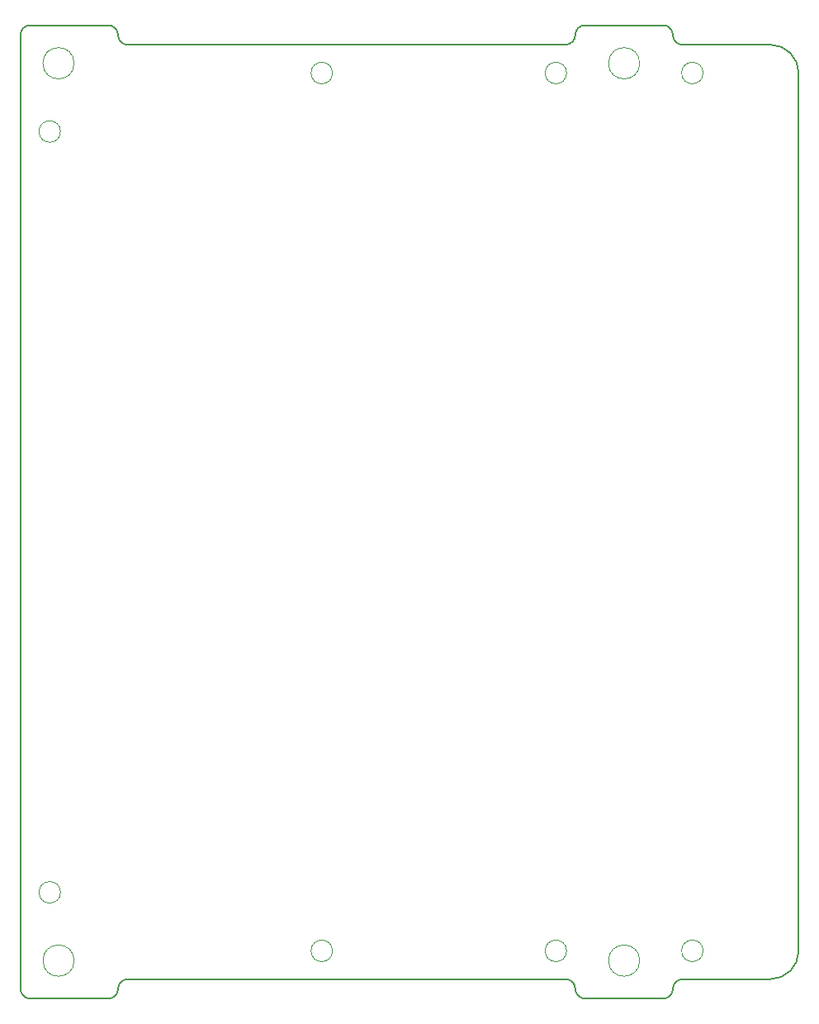
<source format=gbr>
%TF.GenerationSoftware,KiCad,Pcbnew,8.0.7-8.0.7-0~ubuntu24.04.1*%
%TF.CreationDate,2025-01-21T09:02:30+03:00*%
%TF.ProjectId,PM-AI4-W,504d2d41-4934-42d5-972e-6b696361645f,rev?*%
%TF.SameCoordinates,Original*%
%TF.FileFunction,Profile,NP*%
%FSLAX46Y46*%
G04 Gerber Fmt 4.6, Leading zero omitted, Abs format (unit mm)*
G04 Created by KiCad (PCBNEW 8.0.7-8.0.7-0~ubuntu24.04.1) date 2025-01-21 09:02:30*
%MOMM*%
%LPD*%
G01*
G04 APERTURE LIST*
%TA.AperFunction,Profile*%
%ADD10C,0.200000*%
%TD*%
%TA.AperFunction,Profile*%
%ADD11C,0.050000*%
%TD*%
G04 APERTURE END LIST*
D10*
X27000000Y47900000D02*
G75*
G02*
X29900000Y45000000I0J-2900000D01*
G01*
X6000000Y-47900000D02*
X-38900000Y-47900000D01*
X7000000Y48900000D02*
G75*
G02*
X8000000Y49900000I1000000J0D01*
G01*
X8000000Y-49900000D02*
X16000000Y-49900000D01*
X-48900000Y-49900000D02*
X-40900000Y-49900000D01*
X7000000Y48900000D02*
G75*
G02*
X6000000Y47900000I-1000000J0D01*
G01*
X8000000Y-49900000D02*
G75*
G02*
X7000000Y-48900000I0J1000000D01*
G01*
X-39900000Y-48900000D02*
G75*
G02*
X-40900000Y-49900000I-1000000J0D01*
G01*
X-49900000Y48900000D02*
G75*
G02*
X-48900000Y49900000I1000000J0D01*
G01*
X16000000Y49900000D02*
X8000000Y49900000D01*
X18000000Y-47900000D02*
X27000000Y-47900000D01*
X17000000Y-48900000D02*
G75*
G02*
X18000000Y-47900000I1000000J0D01*
G01*
X-38900000Y47900000D02*
G75*
G02*
X-39900000Y48900000I0J1000000D01*
G01*
X-38900000Y47900000D02*
X6000000Y47900000D01*
X29900000Y45000000D02*
X29900000Y-45000000D01*
X-48900000Y-49900000D02*
G75*
G02*
X-49900000Y-48900000I0J1000000D01*
G01*
X18000000Y47900000D02*
G75*
G02*
X17000000Y48900000I0J1000000D01*
G01*
X-39900000Y-48900000D02*
G75*
G02*
X-38900000Y-47900000I1000000J0D01*
G01*
X-48900000Y49900000D02*
X-40900000Y49900000D01*
X16000000Y49900000D02*
G75*
G02*
X17000000Y48900000I0J-1000000D01*
G01*
X-49900000Y48900000D02*
X-49900000Y-48900000D01*
X29900000Y-45000000D02*
G75*
G02*
X27000000Y-47900000I-2900000J0D01*
G01*
X6000000Y-47900000D02*
G75*
G02*
X7000000Y-48900000I0J-1000000D01*
G01*
X-40900000Y49900000D02*
G75*
G02*
X-39900000Y48900000I0J-1000000D01*
G01*
X17000000Y-48900000D02*
G75*
G02*
X16000000Y-49900000I-1000000J0D01*
G01*
X27000000Y47900000D02*
X18000000Y47900000D01*
D11*
%TO.C,H3*%
X-44400000Y-46000000D02*
G75*
G02*
X-47600000Y-46000000I-1600000J0D01*
G01*
X-47600000Y-46000000D02*
G75*
G02*
X-44400000Y-46000000I1600000J0D01*
G01*
%TO.C,U5*%
X6100000Y45000000D02*
G75*
G02*
X3900000Y45000000I-1100000J0D01*
G01*
X3900000Y45000000D02*
G75*
G02*
X6100000Y45000000I1100000J0D01*
G01*
X6100000Y-45000000D02*
G75*
G02*
X3900000Y-45000000I-1100000J0D01*
G01*
X3900000Y-45000000D02*
G75*
G02*
X6100000Y-45000000I1100000J0D01*
G01*
X20100000Y45000000D02*
G75*
G02*
X17900000Y45000000I-1100000J0D01*
G01*
X17900000Y45000000D02*
G75*
G02*
X20100000Y45000000I1100000J0D01*
G01*
X20100000Y-45000000D02*
G75*
G02*
X17900000Y-45000000I-1100000J0D01*
G01*
X17900000Y-45000000D02*
G75*
G02*
X20100000Y-45000000I1100000J0D01*
G01*
%TO.C,H1*%
X13600000Y-46000000D02*
G75*
G02*
X10400000Y-46000000I-1600000J0D01*
G01*
X10400000Y-46000000D02*
G75*
G02*
X13600000Y-46000000I1600000J0D01*
G01*
%TO.C,H4*%
X13600000Y46000000D02*
G75*
G02*
X10400000Y46000000I-1600000J0D01*
G01*
X10400000Y46000000D02*
G75*
G02*
X13600000Y46000000I1600000J0D01*
G01*
%TO.C,H2*%
X-44400000Y46000000D02*
G75*
G02*
X-47600000Y46000000I-1600000J0D01*
G01*
X-47600000Y46000000D02*
G75*
G02*
X-44400000Y46000000I1600000J0D01*
G01*
%TO.C,U6*%
X-45800000Y39000000D02*
G75*
G02*
X-48000000Y39000000I-1100000J0D01*
G01*
X-48000000Y39000000D02*
G75*
G02*
X-45800000Y39000000I1100000J0D01*
G01*
X-45800000Y-39000000D02*
G75*
G02*
X-48000000Y-39000000I-1100000J0D01*
G01*
X-48000000Y-39000000D02*
G75*
G02*
X-45800000Y-39000000I1100000J0D01*
G01*
X-17900000Y45000000D02*
G75*
G02*
X-20100000Y45000000I-1100000J0D01*
G01*
X-20100000Y45000000D02*
G75*
G02*
X-17900000Y45000000I1100000J0D01*
G01*
X-17900000Y-45000000D02*
G75*
G02*
X-20100000Y-45000000I-1100000J0D01*
G01*
X-20100000Y-45000000D02*
G75*
G02*
X-17900000Y-45000000I1100000J0D01*
G01*
%TD*%
M02*

</source>
